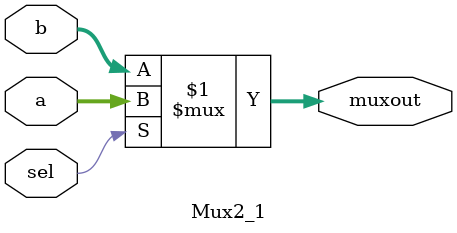
<source format=v>
module Mux2_1(a,b,sel,muxout);
	input [3:0]a;
	input [3:0]b;
	input sel;
	output [3:0]muxout;
	
	assign muxout = (sel) ? a: b;
endmodule
</source>
